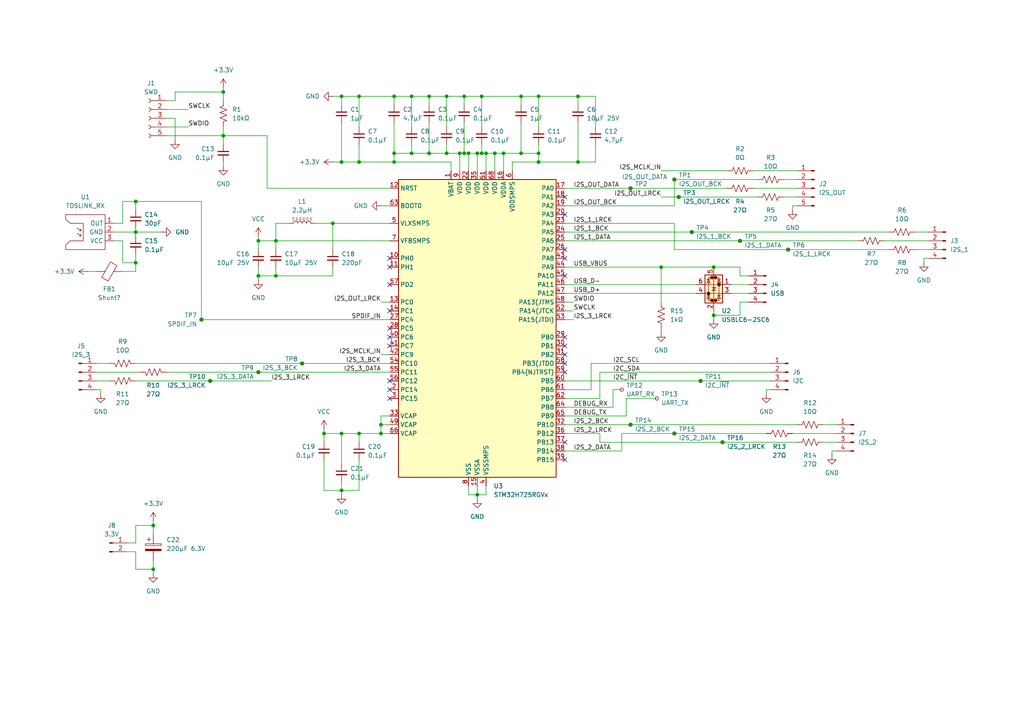
<source format=kicad_sch>
(kicad_sch (version 20250114) (generator "eeschema") (generator_version "9.0")
  (paper "A4")
  (junction (at 114.3 46.99))
  (junction (at 156.21 44.45))
  (junction (at 80.01 69.85))
  (junction (at 129.54 44.45))
  (junction (at 228.6 72.39))
  (junction (at 119.38 44.45))
  (junction (at 74.93 69.85))
  (junction (at 39.37 67.31))
  (junction (at 104.14 27.94))
  (junction (at 203.2 110.49))
  (junction (at 44.45 152.4))
  (junction (at 182.88 123.19))
  (junction (at 143.51 44.45))
  (junction (at 151.13 44.45))
  (junction (at 110.49 123.19))
  (junction (at 96.52 64.77))
  (junction (at 114.3 27.94))
  (junction (at 99.06 27.94))
  (junction (at 139.7 44.45))
  (junction (at 195.58 125.73))
  (junction (at 140.97 44.45))
  (junction (at 133.35 44.45))
  (junction (at 99.06 142.24))
  (junction (at 200.66 67.31))
  (junction (at 156.21 27.94))
  (junction (at 44.45 165.1))
  (junction (at 39.37 58.42))
  (junction (at 93.98 125.73))
  (junction (at 99.06 125.73))
  (junction (at 87.63 105.41))
  (junction (at 191.77 77.47))
  (junction (at 167.64 27.94))
  (junction (at 110.49 125.73))
  (junction (at 151.13 27.94))
  (junction (at 74.93 107.95))
  (junction (at 134.62 44.45))
  (junction (at 167.64 46.99))
  (junction (at 58.42 92.71))
  (junction (at 104.14 46.99))
  (junction (at 129.54 27.94))
  (junction (at 139.7 27.94))
  (junction (at 124.46 44.45))
  (junction (at 104.14 125.73))
  (junction (at 196.85 57.15))
  (junction (at 195.58 52.07))
  (junction (at 80.01 80.01))
  (junction (at 182.88 54.61))
  (junction (at 135.89 44.45))
  (junction (at 74.93 80.01))
  (junction (at 64.77 39.37))
  (junction (at 119.38 27.94))
  (junction (at 60.96 110.49))
  (junction (at 64.77 26.67))
  (junction (at 156.21 46.99))
  (junction (at 134.62 27.94))
  (junction (at 39.37 76.2))
  (junction (at 124.46 27.94))
  (junction (at 138.43 44.45))
  (junction (at 207.01 77.47))
  (junction (at 146.05 44.45))
  (junction (at 207.01 91.44))
  (junction (at 138.43 143.51))
  (junction (at 99.06 46.99))
  (junction (at 209.55 128.27))
  (junction (at 214.63 69.85))
  (junction (at 114.3 44.45))
  (no_connect (at 113.03 115.57))
  (no_connect (at 113.03 82.55))
  (no_connect (at 163.83 97.79))
  (no_connect (at 113.03 77.47))
  (no_connect (at 163.83 80.01))
  (no_connect (at 163.83 128.27))
  (no_connect (at 163.83 133.35))
  (no_connect (at 113.03 90.17))
  (no_connect (at 163.83 57.15))
  (no_connect (at 163.83 107.95))
  (no_connect (at 163.83 105.41))
  (no_connect (at 113.03 97.79))
  (no_connect (at 113.03 74.93))
  (no_connect (at 113.03 95.25))
  (no_connect (at 163.83 102.87))
  (no_connect (at 163.83 62.23))
  (no_connect (at 113.03 113.03))
  (no_connect (at 113.03 110.49))
  (no_connect (at 113.03 100.33))
  (no_connect (at 163.83 72.39))
  (no_connect (at 163.83 74.93))
  (no_connect (at 163.83 100.33))
  (wire (pts (xy 133.35 44.45) (xy 134.62 44.45)))
  (wire (pts (xy 99.06 125.73) (xy 99.06 134.62)))
  (wire (pts (xy 104.14 133.35) (xy 104.14 142.24)))
  (wire (pts (xy 119.38 27.94) (xy 124.46 27.94)))
  (wire (pts (xy 104.14 41.91) (xy 104.14 46.99)))
  (wire (pts (xy 218.44 49.53) (xy 231.14 49.53)))
  (wire (pts (xy 48.26 39.37) (xy 64.77 39.37)))
  (wire (pts (xy 58.42 92.71) (xy 113.03 92.71)))
  (wire (pts (xy 119.38 44.45) (xy 124.46 44.45)))
  (wire (pts (xy 135.89 44.45) (xy 135.89 49.53)))
  (wire (pts (xy 40.64 107.95) (xy 27.94 107.95)))
  (wire (pts (xy 110.49 102.87) (xy 113.03 102.87)))
  (wire (pts (xy 163.83 110.49) (xy 203.2 110.49)))
  (wire (pts (xy 60.96 110.49) (xy 78.74 110.49)))
  (wire (pts (xy 256.54 69.85) (xy 269.24 69.85)))
  (wire (pts (xy 182.88 123.19) (xy 231.14 123.19)))
  (wire (pts (xy 207.01 91.44) (xy 207.01 92.71)))
  (wire (pts (xy 31.75 110.49) (xy 27.94 110.49)))
  (wire (pts (xy 181.61 120.65) (xy 163.83 120.65)))
  (wire (pts (xy 99.06 30.48) (xy 99.06 27.94)))
  (wire (pts (xy 135.89 140.97) (xy 135.89 143.51)))
  (wire (pts (xy 138.43 44.45) (xy 138.43 49.53)))
  (wire (pts (xy 265.43 67.31) (xy 269.24 67.31)))
  (wire (pts (xy 39.37 165.1) (xy 44.45 165.1)))
  (wire (pts (xy 143.51 44.45) (xy 146.05 44.45)))
  (wire (pts (xy 229.87 60.96) (xy 229.87 59.69)))
  (wire (pts (xy 31.75 105.41) (xy 27.94 105.41)))
  (wire (pts (xy 124.46 27.94) (xy 124.46 30.48)))
  (wire (pts (xy 77.47 54.61) (xy 77.47 39.37)))
  (wire (pts (xy 25.4 78.74) (xy 27.94 78.74)))
  (wire (pts (xy 134.62 27.94) (xy 134.62 30.48)))
  (wire (pts (xy 93.98 133.35) (xy 93.98 142.24)))
  (wire (pts (xy 60.96 110.49) (xy 39.37 110.49)))
  (wire (pts (xy 99.06 125.73) (xy 93.98 125.73)))
  (wire (pts (xy 139.7 27.94) (xy 151.13 27.94)))
  (wire (pts (xy 163.83 69.85) (xy 214.63 69.85)))
  (wire (pts (xy 83.82 64.77) (xy 80.01 64.77)))
  (wire (pts (xy 229.87 59.69) (xy 231.14 59.69)))
  (wire (pts (xy 177.8 113.03) (xy 180.34 113.03)))
  (wire (pts (xy 35.56 69.85) (xy 35.56 76.2)))
  (wire (pts (xy 156.21 27.94) (xy 167.64 27.94)))
  (wire (pts (xy 110.49 120.65) (xy 110.49 123.19)))
  (wire (pts (xy 64.77 26.67) (xy 50.8 26.67)))
  (wire (pts (xy 119.38 41.91) (xy 119.38 44.45)))
  (wire (pts (xy 167.64 27.94) (xy 167.64 30.48)))
  (wire (pts (xy 195.58 52.07) (xy 195.58 59.69)))
  (wire (pts (xy 87.63 105.41) (xy 113.03 105.41)))
  (wire (pts (xy 129.54 27.94) (xy 134.62 27.94)))
  (wire (pts (xy 238.76 128.27) (xy 242.57 128.27)))
  (wire (pts (xy 195.58 72.39) (xy 228.6 72.39)))
  (wire (pts (xy 227.33 52.07) (xy 231.14 52.07)))
  (wire (pts (xy 229.87 125.73) (xy 242.57 125.73)))
  (wire (pts (xy 44.45 152.4) (xy 44.45 154.94)))
  (wire (pts (xy 39.37 67.31) (xy 46.99 67.31)))
  (wire (pts (xy 167.64 46.99) (xy 156.21 46.99)))
  (wire (pts (xy 129.54 41.91) (xy 129.54 44.45)))
  (wire (pts (xy 140.97 44.45) (xy 140.97 49.53)))
  (wire (pts (xy 124.46 44.45) (xy 129.54 44.45)))
  (wire (pts (xy 156.21 46.99) (xy 148.59 46.99)))
  (wire (pts (xy 99.06 142.24) (xy 99.06 143.51)))
  (wire (pts (xy 180.34 125.73) (xy 195.58 125.73)))
  (wire (pts (xy 124.46 35.56) (xy 124.46 44.45)))
  (wire (pts (xy 58.42 92.71) (xy 58.42 58.42)))
  (wire (pts (xy 54.61 31.75) (xy 48.26 31.75)))
  (wire (pts (xy 64.77 25.4) (xy 64.77 26.67)))
  (wire (pts (xy 238.76 123.19) (xy 242.57 123.19)))
  (wire (pts (xy 156.21 27.94) (xy 156.21 36.83)))
  (wire (pts (xy 110.49 125.73) (xy 104.14 125.73)))
  (wire (pts (xy 173.99 125.73) (xy 173.99 128.27)))
  (wire (pts (xy 99.06 46.99) (xy 104.14 46.99)))
  (wire (pts (xy 39.37 67.31) (xy 33.02 67.31)))
  (wire (pts (xy 163.83 82.55) (xy 201.93 82.55)))
  (wire (pts (xy 39.37 76.2) (xy 39.37 73.66)))
  (wire (pts (xy 74.93 107.95) (xy 113.03 107.95)))
  (wire (pts (xy 172.72 46.99) (xy 167.64 46.99)))
  (wire (pts (xy 35.56 64.77) (xy 35.56 58.42)))
  (wire (pts (xy 138.43 140.97) (xy 138.43 143.51)))
  (wire (pts (xy 114.3 27.94) (xy 119.38 27.94)))
  (wire (pts (xy 171.45 113.03) (xy 163.83 113.03)))
  (wire (pts (xy 87.63 105.41) (xy 39.37 105.41)))
  (wire (pts (xy 173.99 107.95) (xy 173.99 115.57)))
  (wire (pts (xy 50.8 29.21) (xy 48.26 29.21)))
  (wire (pts (xy 96.52 46.99) (xy 99.06 46.99)))
  (wire (pts (xy 191.77 77.47) (xy 207.01 77.47)))
  (wire (pts (xy 104.14 125.73) (xy 99.06 125.73)))
  (wire (pts (xy 222.25 113.03) (xy 223.52 113.03)))
  (wire (pts (xy 110.49 123.19) (xy 113.03 123.19)))
  (wire (pts (xy 163.83 59.69) (xy 195.58 59.69)))
  (wire (pts (xy 163.83 90.17) (xy 166.37 90.17)))
  (wire (pts (xy 228.6 72.39) (xy 257.81 72.39)))
  (wire (pts (xy 74.93 68.58) (xy 74.93 69.85)))
  (wire (pts (xy 80.01 80.01) (xy 74.93 80.01)))
  (wire (pts (xy 163.83 85.09) (xy 201.93 85.09)))
  (wire (pts (xy 39.37 152.4) (xy 44.45 152.4)))
  (wire (pts (xy 29.21 114.3) (xy 29.21 113.03)))
  (wire (pts (xy 217.17 80.01) (xy 214.63 80.01)))
  (wire (pts (xy 74.93 80.01) (xy 74.93 81.28)))
  (wire (pts (xy 104.14 46.99) (xy 114.3 46.99)))
  (wire (pts (xy 114.3 44.45) (xy 119.38 44.45)))
  (wire (pts (xy 135.89 143.51) (xy 138.43 143.51)))
  (wire (pts (xy 146.05 44.45) (xy 146.05 49.53)))
  (wire (pts (xy 54.61 36.83) (xy 48.26 36.83)))
  (wire (pts (xy 148.59 46.99) (xy 148.59 49.53)))
  (wire (pts (xy 191.77 49.53) (xy 210.82 49.53)))
  (wire (pts (xy 139.7 44.45) (xy 140.97 44.45)))
  (wire (pts (xy 140.97 140.97) (xy 140.97 143.51)))
  (wire (pts (xy 39.37 67.31) (xy 39.37 68.58)))
  (wire (pts (xy 151.13 35.56) (xy 151.13 44.45)))
  (wire (pts (xy 96.52 80.01) (xy 80.01 80.01)))
  (wire (pts (xy 214.63 80.01) (xy 214.63 77.47)))
  (wire (pts (xy 195.58 125.73) (xy 222.25 125.73)))
  (wire (pts (xy 39.37 78.74) (xy 39.37 76.2)))
  (wire (pts (xy 74.93 72.39) (xy 74.93 69.85)))
  (wire (pts (xy 214.63 87.63) (xy 214.63 91.44)))
  (wire (pts (xy 48.26 34.29) (xy 50.8 34.29)))
  (wire (pts (xy 129.54 44.45) (xy 133.35 44.45)))
  (wire (pts (xy 181.61 115.57) (xy 181.61 120.65)))
  (wire (pts (xy 64.77 39.37) (xy 64.77 41.91)))
  (wire (pts (xy 36.83 160.02) (xy 39.37 160.02)))
  (wire (pts (xy 218.44 54.61) (xy 231.14 54.61)))
  (wire (pts (xy 99.06 139.7) (xy 99.06 142.24)))
  (wire (pts (xy 96.52 27.94) (xy 99.06 27.94)))
  (wire (pts (xy 163.83 123.19) (xy 182.88 123.19)))
  (wire (pts (xy 96.52 77.47) (xy 96.52 80.01)))
  (wire (pts (xy 96.52 64.77) (xy 96.52 72.39)))
  (wire (pts (xy 209.55 128.27) (xy 231.14 128.27)))
  (wire (pts (xy 44.45 165.1) (xy 44.45 166.37)))
  (wire (pts (xy 74.93 69.85) (xy 80.01 69.85)))
  (wire (pts (xy 138.43 143.51) (xy 138.43 144.78)))
  (wire (pts (xy 113.03 120.65) (xy 110.49 120.65)))
  (wire (pts (xy 214.63 77.47) (xy 207.01 77.47)))
  (wire (pts (xy 114.3 35.56) (xy 114.3 44.45)))
  (wire (pts (xy 104.14 125.73) (xy 104.14 128.27)))
  (wire (pts (xy 219.71 52.07) (xy 195.58 52.07)))
  (wire (pts (xy 39.37 157.48) (xy 39.37 152.4)))
  (wire (pts (xy 96.52 64.77) (xy 113.03 64.77)))
  (wire (pts (xy 227.33 57.15) (xy 231.14 57.15)))
  (wire (pts (xy 191.77 77.47) (xy 191.77 87.63)))
  (wire (pts (xy 50.8 26.67) (xy 50.8 29.21)))
  (wire (pts (xy 134.62 44.45) (xy 135.89 44.45)))
  (wire (pts (xy 241.3 132.08) (xy 241.3 130.81)))
  (wire (pts (xy 163.83 67.31) (xy 200.66 67.31)))
  (wire (pts (xy 80.01 64.77) (xy 80.01 69.85)))
  (wire (pts (xy 74.93 77.47) (xy 74.93 80.01)))
  (wire (pts (xy 172.72 27.94) (xy 172.72 36.83)))
  (wire (pts (xy 99.06 35.56) (xy 99.06 46.99)))
  (wire (pts (xy 196.85 57.15) (xy 191.77 57.15)))
  (wire (pts (xy 195.58 64.77) (xy 195.58 72.39)))
  (wire (pts (xy 114.3 44.45) (xy 114.3 46.99)))
  (wire (pts (xy 104.14 142.24) (xy 99.06 142.24)))
  (wire (pts (xy 241.3 130.81) (xy 242.57 130.81)))
  (wire (pts (xy 80.01 69.85) (xy 80.01 72.39)))
  (wire (pts (xy 163.83 130.81) (xy 180.34 130.81)))
  (wire (pts (xy 134.62 35.56) (xy 134.62 44.45)))
  (wire (pts (xy 114.3 46.99) (xy 130.81 46.99)))
  (wire (pts (xy 191.77 95.25) (xy 191.77 96.52)))
  (wire (pts (xy 265.43 72.39) (xy 269.24 72.39)))
  (wire (pts (xy 29.21 113.03) (xy 27.94 113.03)))
  (wire (pts (xy 173.99 107.95) (xy 223.52 107.95)))
  (wire (pts (xy 134.62 27.94) (xy 139.7 27.94)))
  (wire (pts (xy 64.77 36.83) (xy 64.77 39.37)))
  (wire (pts (xy 214.63 91.44) (xy 207.01 91.44)))
  (wire (pts (xy 33.02 69.85) (xy 35.56 69.85)))
  (wire (pts (xy 119.38 27.94) (xy 119.38 36.83)))
  (wire (pts (xy 129.54 27.94) (xy 129.54 36.83)))
  (wire (pts (xy 214.63 69.85) (xy 248.92 69.85)))
  (wire (pts (xy 156.21 44.45) (xy 156.21 46.99)))
  (wire (pts (xy 58.42 58.42) (xy 39.37 58.42)))
  (wire (pts (xy 77.47 39.37) (xy 64.77 39.37)))
  (wire (pts (xy 36.83 157.48) (xy 39.37 157.48)))
  (wire (pts (xy 44.45 165.1) (xy 44.45 162.56)))
  (wire (pts (xy 114.3 27.94) (xy 114.3 30.48)))
  (wire (pts (xy 124.46 27.94) (xy 129.54 27.94)))
  (wire (pts (xy 151.13 44.45) (xy 146.05 44.45)))
  (wire (pts (xy 99.06 27.94) (xy 104.14 27.94)))
  (wire (pts (xy 171.45 105.41) (xy 223.52 105.41)))
  (wire (pts (xy 163.83 64.77) (xy 195.58 64.77)))
  (wire (pts (xy 182.88 54.61) (xy 210.82 54.61)))
  (wire (pts (xy 35.56 78.74) (xy 39.37 78.74)))
  (wire (pts (xy 80.01 77.47) (xy 80.01 80.01)))
  (wire (pts (xy 177.8 113.03) (xy 177.8 118.11)))
  (wire (pts (xy 212.09 82.55) (xy 217.17 82.55)))
  (wire (pts (xy 140.97 143.51) (xy 138.43 143.51)))
  (wire (pts (xy 139.7 41.91) (xy 139.7 44.45)))
  (wire (pts (xy 163.83 54.61) (xy 182.88 54.61)))
  (wire (pts (xy 133.35 44.45) (xy 133.35 49.53)))
  (wire (pts (xy 163.83 92.71) (xy 166.37 92.71)))
  (wire (pts (xy 181.61 115.57) (xy 190.5 115.57)))
  (wire (pts (xy 222.25 114.3) (xy 222.25 113.03)))
  (wire (pts (xy 203.2 110.49) (xy 223.52 110.49)))
  (wire (pts (xy 33.02 64.77) (xy 35.56 64.77)))
  (wire (pts (xy 50.8 34.29) (xy 50.8 40.64)))
  (wire (pts (xy 212.09 85.09) (xy 217.17 85.09)))
  (wire (pts (xy 177.8 118.11) (xy 163.83 118.11)))
  (wire (pts (xy 143.51 44.45) (xy 143.51 49.53)))
  (wire (pts (xy 207.01 90.17) (xy 207.01 91.44)))
  (wire (pts (xy 35.56 58.42) (xy 39.37 58.42)))
  (wire (pts (xy 39.37 58.42) (xy 39.37 60.96)))
  (wire (pts (xy 163.83 87.63) (xy 166.37 87.63)))
  (wire (pts (xy 173.99 128.27) (xy 209.55 128.27)))
  (wire (pts (xy 74.93 107.95) (xy 48.26 107.95)))
  (wire (pts (xy 173.99 115.57) (xy 163.83 115.57)))
  (wire (pts (xy 110.49 123.19) (xy 110.49 125.73)))
  (wire (pts (xy 200.66 67.31) (xy 257.81 67.31)))
  (wire (pts (xy 104.14 27.94) (xy 104.14 36.83)))
  (wire (pts (xy 180.34 130.81) (xy 180.34 125.73)))
  (wire (pts (xy 93.98 124.46) (xy 93.98 125.73)))
  (wire (pts (xy 39.37 66.04) (xy 39.37 67.31)))
  (wire (pts (xy 139.7 27.94) (xy 139.7 36.83)))
  (wire (pts (xy 163.83 77.47) (xy 191.77 77.47)))
  (wire (pts (xy 163.83 125.73) (xy 173.99 125.73)))
  (wire (pts (xy 156.21 44.45) (xy 151.13 44.45)))
  (wire (pts (xy 167.64 27.94) (xy 172.72 27.94)))
  (wire (pts (xy 267.97 76.2) (xy 267.97 74.93)))
  (wire (pts (xy 35.56 76.2) (xy 39.37 76.2)))
  (wire (pts (xy 44.45 151.13) (xy 44.45 152.4)))
  (wire (pts (xy 138.43 44.45) (xy 139.7 44.45)))
  (wire (pts (xy 113.03 54.61) (xy 77.47 54.61)))
  (wire (pts (xy 110.49 125.73) (xy 113.03 125.73)))
  (wire (pts (xy 64.77 26.67) (xy 64.77 29.21)))
  (wire (pts (xy 171.45 105.41) (xy 171.45 113.03)))
  (wire (pts (xy 64.77 46.99) (xy 64.77 48.26)))
  (wire (pts (xy 156.21 41.91) (xy 156.21 44.45)))
  (wire (pts (xy 80.01 69.85) (xy 113.03 69.85)))
  (wire (pts (xy 91.44 64.77) (xy 96.52 64.77)))
  (wire (pts (xy 104.14 27.94) (xy 114.3 27.94)))
  (wire (pts (xy 39.37 160.02) (xy 39.37 165.1)))
  (wire (pts (xy 140.97 44.45) (xy 143.51 44.45)))
  (wire (pts (xy 217.17 87.63) (xy 214.63 87.63)))
  (wire (pts (xy 93.98 142.24) (xy 99.06 142.24)))
  (wire (pts (xy 110.49 87.63) (xy 113.03 87.63)))
  (wire (pts (xy 110.49 59.69) (xy 113.03 59.69)))
  (wire (pts (xy 167.64 35.56) (xy 167.64 46.99)))
  (wire (pts (xy 135.89 44.45) (xy 138.43 44.45)))
  (wire (pts (xy 267.97 74.93) (xy 269.24 74.93)))
  (wire (pts (xy 151.13 27.94) (xy 151.13 30.48)))
  (wire (pts (xy 172.72 41.91) (xy 172.72 46.99)))
  (wire (pts (xy 93.98 125.73) (xy 93.98 128.27)))
  (wire (pts (xy 151.13 27.94) (xy 156.21 27.94)))
  (wire (pts (xy 130.81 46.99) (xy 130.81 49.53)))
  (wire (pts (xy 219.71 57.15) (xy 196.85 57.15)))
  (label "USB_D-" (at 166.37 82.55 0))
  (label "I2S_MCLK_IN" (at 191.77 49.53 180))
  (label "SWCLK" (at 54.61 31.75 0))
  (label "I2S_OUT_BCK" (at 166.37 59.69 0))
  (label "SWDIO" (at 54.61 36.83 0))
  (label "SWDIO" (at 166.37 87.63 0))
  (label "I2C_SDA" (at 177.8 107.95 0))
  (label "I2S_2_LRCK" (at 166.37 125.73 0))
  (label "I2S_3_BCK" (at 110.49 105.41 180))
  (label "I2S_1_BCK" (at 166.37 67.31 0))
  (label "USB_VBUS" (at 166.37 77.47 0))
  (label "I2S_1_DATA" (at 166.37 69.85 0))
  (label "I2C_SCL" (at 177.8 105.41 0))
  (label "I2S_3_LRCK" (at 166.37 92.71 0))
  (label "I2S_2_BCK" (at 166.37 123.19 0))
  (label "I2S_OUT_LRCK" (at 110.49 87.63 180))
  (label "I2S_MCLK_IN" (at 110.49 102.87 180))
  (label "DEBUG_RX" (at 166.37 118.11 0))
  (label "DEBUG_TX" (at 166.37 120.65 0))
  (label "SPDIF_IN" (at 110.49 92.71 180))
  (label "USB_D+" (at 166.37 85.09 0))
  (label "I2S_1_LRCK" (at 166.37 64.77 0))
  (label "SWCLK" (at 166.37 90.17 0))
  (label "I2S_OUT_DATA" (at 166.37 54.61 0))
  (label "I2C_~{INT}" (at 177.8 110.49 0))
  (label "I2S_3_LRCK" (at 78.74 110.49 0))
  (label "I2S_OUT_LRCK" (at 191.77 57.15 180))
  (label "I2S_2_DATA" (at 166.37 130.81 0))
  (label "I2S_3_DATA" (at 110.49 107.95 180))
  (symbol (lib_id "power:GND") (at 222.25 114.3 0) (unit 1)
    (property "Reference" "#PWR015" (effects (hide yes)))
    (property "Value" "GND" (at 222.25 119.38 0))
    (property "Description" "Power symbol creates a global label with name \"GND\" , ground" (effects (hide yes)))
  )
  (symbol (lib_id "Device:FerriteBead") (at 31.75 78.74 90) (unit 1)
    (property "Reference" "FB1" (at 31.6992 83.82 90))
    (property "Value" "Shunt?" (at 31.6992 86.36 90))
    (property "Footprint" "Inductor_SMD:L_0603_1608Metric" (effects (hide yes)))
    (property "Description" "Ferrite bead" (effects (hide yes)))
  )
  (symbol (lib_id "Device:R_US") (at 226.06 125.73 90) (unit 1)
    (property "Reference" "R13" (at 226.06 129.54 90))
    (property "Value" "27Ω" (at 226.06 132.08 90))
    (property "Footprint" "Resistor_SMD:R_0603_1608Metric" (effects (hide yes)))
    (property "Description" "Resistor, US symbol" (effects (hide yes)))
  )
  (symbol (lib_id "power:GND") (at 110.49 59.69 270) (unit 1)
    (property "Reference" "#PWR06" (effects (hide yes)))
    (property "Value" "GND" (at 106.68 59.6899 90) (effects (justify right)))
    (property "Description" "Power symbol creates a global label with name \"GND\" , ground" (effects (hide yes)))
  )
  (symbol (lib_id "power:GND") (at 44.45 166.37 0) (unit 1)
    (property "Reference" "#PWR021" (effects (hide yes)))
    (property "Value" "GND" (at 44.45 171.45 0))
    (property "Description" "Power symbol creates a global label with name \"GND\" , ground" (effects (hide yes)))
  )
  (symbol (lib_id "power:+3.3V") (at 96.52 46.99 90) (unit 1)
    (property "Reference" "#PWR04" (effects (hide yes)))
    (property "Value" "+3.3V" (at 92.71 46.9899 90) (effects (justify left)))
    (property "Description" "Power symbol creates a global label with name \"+3.3V\"" (effects (hide yes)))
  )
  (symbol (lib_id "Connector:TestPoint_Small") (at 182.88 123.19 0) (unit 1)
    (property "Reference" "TP14" (at 184.15 121.9199 0) (effects (justify left)))
    (property "Value" "I2S_2_BCK" (at 184.15 124.4599 0) (effects (justify left)))
    (property "Footprint" "BW_PassiveMechanical:TP_0603_1608Metric_Fused" (effects (hide yes)))
    (property "Description" "test point" (effects (hide yes)))
  )
  (symbol (lib_id "Connector:TestPoint_Small") (at 180.34 113.03 0) (unit 1)
    (property "Reference" "TP12" (at 181.61 111.7599 0) (effects (justify left)))
    (property "Value" "UART_RX" (at 181.61 114.2999 0) (effects (justify left)))
    (property "Footprint" "BW_PassiveMechanical:TP_0603_1608Metric_Fused" (effects (hide yes)))
    (property "Description" "test point" (effects (hide yes)))
  )
  (symbol (lib_id "power:GND") (at 229.87 60.96 0) (unit 1)
    (property "Reference" "#PWR07" (effects (hide yes)))
    (property "Value" "GND" (at 229.87 66.04 0))
    (property "Description" "Power symbol creates a global label with name \"GND\" , ground" (effects (hide yes)))
  )
  (symbol (lib_id "Connector:TestPoint_Small") (at 200.66 67.31 0) (unit 1)
    (property "Reference" "TP4" (at 201.93 66.0399 0) (effects (justify left)))
    (property "Value" "I2S_1_BCK" (at 201.93 68.5799 0) (effects (justify left)))
    (property "Footprint" "BW_PassiveMechanical:TP_0603_1608Metric_Fused" (effects (hide yes)))
    (property "Description" "test point" (effects (hide yes)))
  )
  (symbol (lib_id "power:+3.3V") (at 25.4 78.74 90) (unit 1)
    (property "Reference" "#PWR011" (effects (hide yes)))
    (property "Value" "+3.3V" (at 21.59 78.7399 90) (effects (justify left)))
    (property "Description" "Power symbol creates a global label with name \"+3.3V\"" (effects (hide yes)))
  )
  (symbol (lib_id "Device:C_Small") (at 39.37 71.12 0) (unit 1)
    (property "Reference" "C15" (at 41.91 69.8562 0) (effects (justify left)))
    (property "Value" "0.1µF" (at 41.91 72.3962 0) (effects (justify left)))
    (property "Footprint" "Capacitor_SMD:C_0603_1608Metric" (effects (hide yes)))
    (property "Description" "Unpolarized capacitor, small symbol" (effects (hide yes)))
  )
  (symbol (lib_id "Device:C_Small") (at 80.01 74.93 0) (unit 1)
    (property "Reference" "C17" (at 82.55 73.6662 0) (effects (justify left)))
    (property "Value" "10µF 25V" (at 82.55 76.2062 0) (effects (justify left)))
    (property "Footprint" "Capacitor_SMD:C_0805_2012Metric" (effects (hide yes)))
    (property "Description" "Unpolarized capacitor, small symbol" (effects (hide yes)))
  )
  (symbol (lib_id "Device:C_Small") (at 99.06 33.02 0) (unit 1)
    (property "Reference" "C1" (at 101.6 31.7562 0) (effects (justify left)))
    (property "Value" "1µF" (at 101.6 34.2962 0) (effects (justify left)))
    (property "Footprint" "Capacitor_SMD:C_0603_1608Metric" (effects (hide yes)))
    (property "Description" "Unpolarized capacitor, small symbol" (effects (hide yes)))
  )
  (symbol (lib_id "Device:C_Small") (at 139.7 39.37 0) (unit 1)
    (property "Reference" "C10" (at 142.24 38.1062 0) (effects (justify left)))
    (property "Value" "0.1µF" (at 142.24 40.6462 0) (effects (justify left)))
    (property "Footprint" "Capacitor_SMD:C_0603_1608Metric" (effects (hide yes)))
    (property "Description" "Unpolarized capacitor, small symbol" (effects (hide yes)))
  )
  (symbol (lib_id "Device:C_Small") (at 124.46 33.02 0) (unit 1)
    (property "Reference" "C3" (at 127 31.7562 0) (effects (justify left)))
    (property "Value" "0.1µF" (at 127 34.2962 0) (effects (justify left)))
    (property "Footprint" "Capacitor_SMD:C_0603_1608Metric" (effects (hide yes)))
    (property "Description" "Unpolarized capacitor, small symbol" (effects (hide yes)))
  )
  (symbol (lib_id "Device:C_Small") (at 151.13 33.02 0) (unit 1)
    (property "Reference" "C5" (at 153.67 31.7562 0) (effects (justify left)))
    (property "Value" "1µF" (at 153.67 34.2962 0) (effects (justify left)))
    (property "Footprint" "Capacitor_SMD:C_0603_1608Metric" (effects (hide yes)))
    (property "Description" "Unpolarized capacitor, small symbol" (effects (hide yes)))
  )
  (symbol (lib_id "power:GND") (at 191.77 96.52 0) (unit 1)
    (property "Reference" "#PWR022" (effects (hide yes)))
    (property "Value" "GND" (at 191.77 101.6 0))
    (property "Description" "Power symbol creates a global label with name \"GND\" , ground" (effects (hide yes)))
  )
  (symbol (lib_id "Device:R_US") (at 214.63 54.61 90) (unit 1)
    (property "Reference" "R4" (at 214.63 58.42 90))
    (property "Value" "27Ω" (at 214.63 60.96 90))
    (property "Footprint" "Resistor_SMD:R_0603_1608Metric" (effects (hide yes)))
    (property "Description" "Resistor, US symbol" (effects (hide yes)))
  )
  (symbol (lib_id "Connector:Conn_01x05_Socket") (at 43.18 34.29 0) (mirror y) (unit 1)
    (property "Reference" "J1" (at 43.815 24.13 0))
    (property "Value" "SWD" (at 43.815 26.67 0))
    (property "Footprint" "Connector_PinSocket_1.27mm:PinSocket_1x05_P1.27mm_Vertical_SMD_Pin1Right" (effects (hide yes)))
    (property "Description" "Generic connector, single row, 01x05, script generated" (effects (hide yes)))
  )
  (symbol (lib_id "power:GND") (at 50.8 40.64 0) (mirror y) (unit 1)
    (property "Reference" "#PWR03" (effects (hide yes)))
    (property "Value" "GND" (at 50.8 45.72 0))
    (property "Description" "Power symbol creates a global label with name \"GND\" , ground" (effects (hide yes)))
  )
  (symbol (lib_id "Device:R_US") (at 252.73 69.85 90) (unit 1)
    (property "Reference" "R7" (at 252.73 73.66 90))
    (property "Value" "27Ω" (at 252.73 76.2 90))
    (property "Footprint" "Resistor_SMD:R_0603_1608Metric" (effects (hide yes)))
    (property "Description" "Resistor, US symbol" (effects (hide yes)))
  )
  (symbol (lib_id "Connector:TestPoint_Small") (at 214.63 69.85 0) (unit 1)
    (property "Reference" "TP5" (at 215.9 68.5799 0) (effects (justify left)))
    (property "Value" "I2S_1_DATA" (at 215.9 71.1199 0) (effects (justify left)))
    (property "Footprint" "BW_PassiveMechanical:TP_0603_1608Metric_Fused" (effects (hide yes)))
    (property "Description" "test point" (effects (hide yes)))
  )
  (symbol (lib_id "Connector:TestPoint_Small") (at 228.6 72.39 0) (unit 1)
    (property "Reference" "TP6" (at 229.87 71.1199 0) (effects (justify left)))
    (property "Value" "I2S_1_LRCK" (at 229.87 73.6599 0) (effects (justify left)))
    (property "Footprint" "BW_PassiveMechanical:TP_0603_1608Metric_Fused" (effects (hide yes)))
    (property "Description" "test point" (effects (hide yes)))
  )
  (symbol (lib_id "power:GND") (at 74.93 81.28 0) (unit 1)
    (property "Reference" "#PWR012" (effects (hide yes)))
    (property "Value" "GND" (at 74.93 86.36 0))
    (property "Description" "Power symbol creates a global label with name \"GND\" , ground" (effects (hide yes)))
  )
  (symbol (lib_id "power:GND") (at 207.01 92.71 0) (unit 1)
    (property "Reference" "#PWR013" (effects (hide yes)))
    (property "Value" "GND" (at 207.01 97.79 0))
    (property "Description" "Power symbol creates a global label with name \"GND\" , ground" (effects (hide yes)))
  )
  (symbol (lib_id "power:GND") (at 99.06 143.51 0) (unit 1)
    (property "Reference" "#PWR018" (effects (hide yes)))
    (property "Value" "GND" (at 99.06 148.59 0))
    (property "Description" "Power symbol creates a global label with name \"GND\" , ground" (effects (hide yes)))
  )
  (symbol (lib_id "power:GND") (at 46.99 67.31 90) (unit 1)
    (property "Reference" "#PWR08" (effects (hide yes)))
    (property "Value" "GND" (at 50.8 67.3099 90) (effects (justify right)))
    (property "Description" "Power symbol creates a global label with name \"GND\" , ground" (effects (hide yes)))
  )
  (symbol (lib_id "Device:C_Polarized") (at 44.45 158.75 0) (unit 1)
    (property "Reference" "C22" (at 48.26 156.5909 0) (effects (justify left)))
    (property "Value" "220µF 6.3V" (at 48.26 159.1309 0) (effects (justify left)))
    (property "Footprint" "Capacitor_SMD:CP_Elec_5x5.8" (effects (hide yes)))
    (property "Description" "Polarized capacitor" (effects (hide yes)))
  )
  (symbol (lib_id "Connector:TestPoint_Small") (at 209.55 128.27 0) (unit 1)
    (property "Reference" "TP16" (at 210.82 126.9999 0) (effects (justify left)))
    (property "Value" "I2S_2_LRCK" (at 210.82 129.5399 0) (effects (justify left)))
    (property "Footprint" "BW_PassiveMechanical:TP_0603_1608Metric_Fused" (effects (hide yes)))
    (property "Description" "test point" (effects (hide yes)))
  )
  (symbol (lib_id "Connector:TestPoint_Small") (at 203.2 110.49 0) (unit 1)
    (property "Reference" "TP11" (at 204.47 109.2199 0) (effects (justify left)))
    (property "Value" "I2C_~{INT}" (at 204.47 111.7599 0) (effects (justify left)))
    (property "Footprint" "BW_PassiveMechanical:TP_0603_1608Metric_Fused" (effects (hide yes)))
    (property "Description" "test point" (effects (hide yes)))
  )
  (symbol (lib_id "Connector:TestPoint_Small") (at 196.85 57.15 0) (unit 1)
    (property "Reference" "TP3" (at 198.12 55.8799 0) (effects (justify left)))
    (property "Value" "I2S_OUT_LRCK" (at 198.12 58.4199 0) (effects (justify left)))
    (property "Footprint" "BW_PassiveMechanical:TP_0603_1608Metric_Fused" (effects (hide yes)))
    (property "Description" "test point" (effects (hide yes)))
  )
  (symbol (lib_id "power:GND") (at 241.3 132.08 0) (unit 1)
    (property "Reference" "#PWR017" (effects (hide yes)))
    (property "Value" "GND" (at 241.3 137.16 0))
    (property "Description" "Power symbol creates a global label with name \"GND\" , ground" (effects (hide yes)))
  )
  (symbol (lib_id "Connector:Conn_01x04_Pin") (at 247.65 125.73 0) (mirror y) (unit 1)
    (property "Reference" "J7" (at 248.92 125.7299 0) (effects (justify right)))
    (property "Value" "I2S_2" (at 248.92 128.2699 0) (effects (justify right)))
    (property "Footprint" "BW_Connectors:Amphenol_MINITEK_WTB_1.25_4P" (effects (hide yes)))
    (property "Description" "Generic connector, single row, 01x04, script generated" (effects (hide yes)))
  )
  (symbol (lib_id "Connector:Conn_01x05_Pin") (at 236.22 54.61 0) (mirror y) (unit 1)
    (property "Reference" "J2" (at 237.49 53.3399 0) (effects (justify right)))
    (property "Value" "I2S_OUT" (at 237.49 55.8799 0) (effects (justify right)))
    (property "Footprint" "BW_Connectors:Amphenol_MINITEK_WTB_1.25_5P" (effects (hide yes)))
    (property "Description" "Generic connector, single row, 01x05, script generated" (effects (hide yes)))
  )
  (symbol (lib_id "Device:R_US") (at 214.63 49.53 90) (unit 1)
    (property "Reference" "R2" (at 214.63 43.18 90))
    (property "Value" "0Ω" (at 214.63 45.72 90))
    (property "Footprint" "Resistor_SMD:R_0603_1608Metric" (effects (hide yes)))
    (property "Description" "Resistor, US symbol" (effects (hide yes)))
  )
  (symbol (lib_id "Connector:TestPoint_Small") (at 182.88 54.61 0) (unit 1)
    (property "Reference" "TP2" (at 184.15 53.3399 0) (effects (justify left)))
    (property "Value" "I2S_OUT_DATA" (at 180.34 51.308 0) (effects (justify left)))
    (property "Footprint" "BW_PassiveMechanical:TP_0603_1608Metric_Fused" (effects (hide yes)))
    (property "Description" "test point" (effects (hide yes)))
  )
  (symbol (lib_id "Connector:Conn_01x04_Pin") (at 228.6 107.95 0) (mirror y) (unit 1)
    (property "Reference" "J6" (at 229.87 107.9499 0) (effects (justify right)))
    (property "Value" "I2C" (at 229.87 110.4899 0) (effects (justify right)))
    (property "Footprint" "BW_Connectors:Amphenol_MINITEK_WTB_1.25_4P" (effects (hide yes)))
    (property "Description" "Generic connector, single row, 01x04, script generated" (effects (hide yes)))
  )
  (symbol (lib_id "Connector:Conn_01x04_Pin") (at 222.25 82.55 0) (mirror y) (unit 1)
    (property "Reference" "J4" (at 223.52 82.5499 0) (effects (justify right)))
    (property "Value" "USB" (at 223.52 85.0899 0) (effects (justify right)))
    (property "Footprint" "BW_Connectors:Amphenol_MINITEK_WTB_1.25_4P" (effects (hide yes)))
    (property "Description" "Generic connector, single row, 01x04, script generated" (effects (hide yes)))
  )
  (symbol (lib_id "Device:C_Small") (at 114.3 33.02 0) (unit 1)
    (property "Reference" "C2" (at 116.84 31.7562 0) (effects (justify left)))
    (property "Value" "4.7µF" (at 116.84 34.2962 0) (effects (justify left)))
    (property "Footprint" "Capacitor_SMD:C_0603_1608Metric" (effects (hide yes)))
    (property "Description" "Unpolarized capacitor, small symbol" (effects (hide yes)))
  )
  (symbol (lib_id "Device:C_Small") (at 96.52 74.93 0) (unit 1)
    (property "Reference" "C18" (at 99.06 73.6662 0) (effects (justify left)))
    (property "Value" "220pF" (at 99.06 76.2062 0) (effects (justify left)))
    (property "Footprint" "Capacitor_SMD:C_0603_1608Metric" (effects (hide yes)))
    (property "Description" "Unpolarized capacitor, small symbol" (effects (hide yes)))
  )
  (symbol (lib_id "power:VCC") (at 93.98 124.46 0) (unit 1)
    (property "Reference" "#PWR016" (effects (hide yes)))
    (property "Value" "VCC" (at 93.98 119.38 0))
    (property "Description" "Power symbol creates a global label with name \"VCC\"" (effects (hide yes)))
  )
  (symbol (lib_id "Device:C_Small") (at 64.77 44.45 0) (mirror y) (unit 1)
    (property "Reference" "C13" (at 62.23 43.1862 0) (effects (justify left)))
    (property "Value" "0.1µF" (at 62.23 45.7262 0) (effects (justify left)))
    (property "Footprint" "Capacitor_SMD:C_0603_1608Metric" (effects (hide yes)))
    (property "Description" "Unpolarized capacitor, small symbol" (effects (hide yes)))
  )
  (symbol (lib_id "Device:R_US") (at 261.62 67.31 90) (unit 1)
    (property "Reference" "R6" (at 261.62 60.96 90))
    (property "Value" "10Ω" (at 261.62 63.5 90))
    (property "Footprint" "Resistor_SMD:R_0603_1608Metric" (effects (hide yes)))
    (property "Description" "Resistor, US symbol" (effects (hide yes)))
  )
  (symbol (lib_id "power:+3.3V") (at 64.77 25.4 0) (unit 1)
    (property "Reference" "#PWR01" (effects (hide yes)))
    (property "Value" "+3.3V" (at 64.77 20.32 0))
    (property "Description" "Power symbol creates a global label with name \"+3.3V\"" (effects (hide yes)))
  )
  (symbol (lib_id "Device:C_Small") (at 129.54 39.37 0) (unit 1)
    (property "Reference" "C9" (at 132.08 38.1062 0) (effects (justify left)))
    (property "Value" "0.1µF" (at 132.08 40.6462 0) (effects (justify left)))
    (property "Footprint" "Capacitor_SMD:C_0603_1608Metric" (effects (hide yes)))
    (property "Description" "Unpolarized capacitor, small symbol" (effects (hide yes)))
  )
  (symbol (lib_id "power:VCC") (at 74.93 68.58 0) (unit 1)
    (property "Reference" "#PWR09" (effects (hide yes)))
    (property "Value" "VCC" (at 74.93 63.5 0))
    (property "Description" "Power symbol creates a global label with name \"VCC\"" (effects (hide yes)))
  )
  (symbol (lib_id "Device:R_US") (at 261.62 72.39 90) (unit 1)
    (property "Reference" "R8" (at 261.62 76.2 90))
    (property "Value" "27Ω" (at 261.62 78.74 90))
    (property "Footprint" "Resistor_SMD:R_0603_1608Metric" (effects (hide yes)))
    (property "Description" "Resistor, US symbol" (effects (hide yes)))
  )
  (symbol (lib_id "MCU_ST_STM32H7:STM32H725RGVx") (at 138.43 95.25 0) (unit 1)
    (property "Reference" "U3" (at 143.1641 140.97 0) (effects (justify left)))
    (property "Value" "STM32H725RGVx" (at 143.1641 143.51 0) (effects (justify left)))
    (property "Footprint" "Package_DFN_QFN:QFN-68-1EP_8x8mm_P0.4mm_EP6.4x6.4mm" (effects (hide yes)))
    (property "Datasheet" "https://www.st.com/resource/en/datasheet/stm32h725rg.pdf" (effects (hide yes)))
    (property "Description" "STMicroelectronics Arm Cortex-M7 MCU, 1024KB flash, 564KB RAM, 550 MHz, 1.71-3.6V, 46 GPIO, VFQFPN68" (effects (hide yes)))
  )
  (symbol (lib_id "Device:C_Small") (at 104.14 39.37 0) (unit 1)
    (property "Reference" "C7" (at 106.68 38.1062 0) (effects (justify left)))
    (property "Value" "0.1µF" (at 106.68 40.6462 0) (effects (justify left)))
    (property "Footprint" "Capacitor_SMD:C_0603_1608Metric" (effects (hide yes)))
    (property "Description" "Unpolarized capacitor, small symbol" (effects (hide yes)))
  )
  (symbol (lib_id "Device:C_Small") (at 99.06 137.16 0) (unit 1)
    (property "Reference" "C21" (at 101.6 135.8962 0) (effects (justify left)))
    (property "Value" "0.1µF" (at 101.6 138.4362 0) (effects (justify left)))
    (property "Footprint" "Capacitor_SMD:C_0603_1608Metric" (effects (hide yes)))
    (property "Description" "Unpolarized capacitor, small symbol" (effects (hide yes)))
  )
  (symbol (lib_id "Device:R_US") (at 191.77 91.44 180) (unit 1)
    (property "Reference" "R15" (at 194.31 90.1699 0) (effects (justify right)))
    (property "Value" "1kΩ" (at 194.31 92.7099 0) (effects (justify right)))
    (property "Footprint" "Resistor_SMD:R_0603_1608Metric" (effects (hide yes)))
    (property "Description" "Resistor, US symbol" (effects (hide yes)))
  )
  (symbol (lib_id "power:GND") (at 138.43 144.78 0) (unit 1)
    (property "Reference" "#PWR019" (effects (hide yes)))
    (property "Value" "GND" (at 138.43 149.86 0))
    (property "Description" "Power symbol creates a global label with name \"GND\" , ground" (effects (hide yes)))
  )
  (symbol (lib_id "Device:C_Small") (at 167.64 33.02 0) (unit 1)
    (property "Reference" "C6" (at 170.18 31.7562 0) (effects (justify left)))
    (property "Value" "10µF 25V" (at 170.18 34.2962 0) (effects (justify left)))
    (property "Footprint" "Capacitor_SMD:C_0805_2012Metric" (effects (hide yes)))
    (property "Description" "Unpolarized capacitor, small symbol" (effects (hide yes)))
  )
  (symbol (lib_id "Device:C_Small") (at 119.38 39.37 0) (unit 1)
    (property "Reference" "C8" (at 121.92 38.1062 0) (effects (justify left)))
    (property "Value" "0.1µF" (at 121.92 40.6462 0) (effects (justify left)))
    (property "Footprint" "Capacitor_SMD:C_0603_1608Metric" (effects (hide yes)))
    (property "Description" "Unpolarized capacitor, small symbol" (effects (hide yes)))
  )
  (symbol (lib_id "Connector:TestPoint_Small") (at 58.42 92.71 0) (mirror y) (unit 1)
    (property "Reference" "TP7" (at 57.15 91.4399 0) (effects (justify left)))
    (property "Value" "SPDIF_IN" (at 57.15 93.9799 0) (effects (justify left)))
    (property "Footprint" "BW_PassiveMechanical:TP_0603_1608Metric_Fused" (effects (hide yes)))
    (property "Description" "test point" (effects (hide yes)))
  )
  (symbol (lib_id "Device:R_US") (at 35.56 110.49 270) (mirror x) (unit 1)
    (property "Reference" "R11" (at 35.56 114.3 90))
    (property "Value" "27Ω" (at 35.56 116.84 90))
    (property "Footprint" "Resistor_SMD:R_0603_1608Metric" (effects (hide yes)))
    (property "Description" "Resistor, US symbol" (effects (hide yes)))
  )
  (symbol (lib_id "Connector:TestPoint_Small") (at 87.63 105.41 0) (mirror y) (unit 1)
    (property "Reference" "TP8" (at 86.36 104.1399 0) (effects (justify left)))
    (property "Value" "I2S_3_BCK" (at 86.36 106.6799 0) (effects (justify left)))
    (property "Footprint" "BW_PassiveMechanical:TP_0603_1608Metric_Fused" (effects (hide yes)))
    (property "Description" "test point" (effects (hide yes)))
  )
  (symbol (lib_id "Connector:Conn_01x04_Pin") (at 22.86 107.95 0) (unit 1)
    (property "Reference" "J5" (at 23.495 100.33 0))
    (property "Value" "I2S_3" (at 23.495 102.87 0))
    (property "Footprint" "BW_Connectors:Amphenol_MINITEK_WTB_1.25_4P" (effects (hide yes)))
    (property "Description" "Generic connector, single row, 01x04, script generated" (effects (hide yes)))
  )
  (symbol (lib_id "Power_Protection:USBLC6-2SC6") (at 207.01 82.55 0) (mirror y) (unit 1)
    (property "Reference" "U2" (at 209.296 90.17 0) (effects (justify right)))
    (property "Value" "USBLC6-2SC6" (at 209.296 92.71 0) (effects (justify right)))
    (property "Footprint" "Package_TO_SOT_SMD:SOT-23-6" (effects (hide yes)))
    (property "Datasheet" "https://www.st.com/resource/en/datasheet/usblc6-2.pdf" (effects (hide yes)))
    (property "Description" "Very low capacitance ESD protection diode, 2 data-line, SOT-23-6" (effects (hide yes)))
  )
  (symbol (lib_id "power:GND") (at 96.52 27.94 270) (unit 1)
    (property "Reference" "#PWR02" (effects (hide yes)))
    (property "Value" "GND" (at 92.71 27.9399 90) (effects (justify right)))
    (property "Description" "Power symbol creates a global label with name \"GND\" , ground" (effects (hide yes)))
  )
  (symbol (lib_id "Device:R_US") (at 35.56 105.41 270) (mirror x) (unit 1)
    (property "Reference" "R9" (at 35.56 99.06 90))
    (property "Value" "10Ω" (at 35.56 101.6 90))
    (property "Footprint" "Resistor_SMD:R_0603_1608Metric" (effects (hide yes)))
    (property "Description" "Resistor, US symbol" (effects (hide yes)))
  )
  (symbol (lib_id "Device:C_Small") (at 134.62 33.02 0) (unit 1)
    (property "Reference" "C4" (at 137.16 31.7562 0) (effects (justify left)))
    (property "Value" "0.1µF" (at 137.16 34.2962 0) (effects (justify left)))
    (property "Footprint" "Capacitor_SMD:C_0603_1608Metric" (effects (hide yes)))
    (property "Description" "Unpolarized capacitor, small symbol" (effects (hide yes)))
  )
  (symbol (lib_id "power:+3.3V") (at 44.45 151.13 0) (unit 1)
    (property "Reference" "#PWR020" (effects (hide yes)))
    (property "Value" "+3.3V" (at 44.45 146.05 0))
    (property "Description" "Power symbol creates a global label with name \"+3.3V\"" (effects (hide yes)))
  )
  (symbol (lib_id "power:GND") (at 267.97 76.2 0) (unit 1)
    (property "Reference" "#PWR010" (effects (hide yes)))
    (property "Value" "GND" (at 267.97 81.28 0))
    (property "Description" "Power symbol creates a global label with name \"GND\" , ground" (effects (hide yes)))
  )
  (symbol (lib_id "Connector:TestPoint_Small") (at 74.93 107.95 0) (mirror y) (unit 1)
    (property "Reference" "TP9" (at 73.66 106.6799 0) (effects (justify left)))
    (property "Value" "I2S_3_DATA" (at 73.66 109.2199 0) (effects (justify left)))
    (property "Footprint" "BW_PassiveMechanical:TP_0603_1608Metric_Fused" (effects (hide yes)))
    (property "Description" "test point" (effects (hide yes)))
  )
  (symbol (lib_id "Connector:TestPoint_Small") (at 195.58 52.07 0) (unit 1)
    (property "Reference" "TP1" (at 196.85 50.7999 0) (effects (justify left)))
    (property "Value" "I2S_OUT_BCK" (at 196.85 53.3399 0) (effects (justify left)))
    (property "Footprint" "BW_PassiveMechanical:TP_0603_1608Metric_Fused" (effects (hide yes)))
    (property "Description" "test point" (effects (hide yes)))
  )
  (symbol (lib_id "Connector:TestPoint_Small") (at 195.58 125.73 0) (unit 1)
    (property "Reference" "TP15" (at 196.85 124.4599 0) (effects (justify left)))
    (property "Value" "I2S_2_DATA" (at 196.85 126.9999 0) (effects (justify left)))
    (property "Footprint" "BW_PassiveMechanical:TP_0603_1608Metric_Fused" (effects (hide yes)))
    (property "Description" "test point" (effects (hide yes)))
  )
  (symbol (lib_id "Connector:TestPoint_Small") (at 60.96 110.49 0) (mirror y) (unit 1)
    (property "Reference" "TP10" (at 59.69 109.2199 0) (effects (justify left)))
    (property "Value" "I2S_3_LRCK" (at 59.69 111.7599 0) (effects (justify left)))
    (property "Footprint" "BW_PassiveMechanical:TP_0603_1608Metric_Fused" (effects (hide yes)))
    (property "Description" "test point" (effects (hide yes)))
  )
  (symbol (lib_id "Connector:TestPoint_Small") (at 190.5 115.57 0) (unit 1)
    (property "Reference" "TP13" (at 191.77 114.2999 0) (effects (justify left)))
    (property "Value" "UART_TX" (at 191.77 116.8399 0) (effects (justify left)))
    (property "Footprint" "BW_PassiveMechanical:TP_0603_1608Metric_Fused" (effects (hide yes)))
    (property "Description" "test point" (effects (hide yes)))
  )
  (symbol (lib_id "BW_Active:TOSLINK_RX") (at 25.4 67.31 0) (unit 1)
    (property "Reference" "U1" (at 24.765 57.15 0))
    (property "Value" "TOSLINK_RX" (at 24.765 59.69 0))
    (property "Footprint" "BW_Active:DLR2180" (effects (hide yes)))
    (property "Description" "TOSLINK Receiver" (effects (hide yes)))
  )
  (symbol (lib_id "Device:C_Small") (at 104.14 130.81 0) (unit 1)
    (property "Reference" "C20" (at 106.68 129.5462 0) (effects (justify left)))
    (property "Value" "0.1µF" (at 106.68 132.0862 0) (effects (justify left)))
    (property "Footprint" "Capacitor_SMD:C_0603_1608Metric" (effects (hide yes)))
    (property "Description" "Unpolarized capacitor, small symbol" (effects (hide yes)))
  )
  (symbol (lib_id "Device:C_Small") (at 172.72 39.37 0) (unit 1)
    (property "Reference" "C12" (at 175.26 38.1062 0) (effects (justify left)))
    (property "Value" "4.7µF" (at 175.26 40.6462 0) (effects (justify left)))
    (property "Footprint" "Capacitor_SMD:C_0603_1608Metric" (effects (hide yes)))
    (property "Description" "Unpolarized capacitor, small symbol" (effects (hide yes)))
  )
  (symbol (lib_id "power:GND") (at 64.77 48.26 0) (mirror y) (unit 1)
    (property "Reference" "#PWR05" (effects (hide yes)))
    (property "Value" "GND" (at 64.77 53.34 0))
    (property "Description" "Power symbol creates a global label with name \"GND\" , ground" (effects (hide yes)))
  )
  (symbol (lib_id "power:GND") (at 29.21 114.3 0) (mirror y) (unit 1)
    (property "Reference" "#PWR014" (effects (hide yes)))
    (property "Value" "GND" (at 29.21 119.38 0))
    (property "Description" "Power symbol creates a global label with name \"GND\" , ground" (effects (hide yes)))
  )
  (symbol (lib_id "Device:C_Small") (at 39.37 63.5 0) (unit 1)
    (property "Reference" "C14" (at 41.91 62.2362 0) (effects (justify left)))
    (property "Value" "30pF" (at 41.91 64.7762 0) (effects (justify left)))
    (property "Footprint" "Capacitor_SMD:C_0603_1608Metric" (effects (hide yes)))
    (property "Description" "Unpolarized capacitor, small symbol" (effects (hide yes)))
  )
  (symbol (lib_id "Device:R_US") (at 64.77 33.02 0) (mirror y) (unit 1)
    (property "Reference" "R1" (at 67.31 31.7499 0) (effects (justify right)))
    (property "Value" "10kΩ" (at 67.31 34.2899 0) (effects (justify right)))
    (property "Footprint" "Resistor_SMD:R_0603_1608Metric" (effects (hide yes)))
    (property "Description" "Resistor, US symbol" (effects (hide yes)))
  )
  (symbol (lib_id "Device:C_Small") (at 74.93 74.93 0) (unit 1)
    (property "Reference" "C16" (at 72.39 73.6662 0) (effects (justify right)))
    (property "Value" "10µF 25V" (at 72.39 76.2062 0) (effects (justify right)))
    (property "Footprint" "Capacitor_SMD:C_0805_2012Metric" (effects (hide yes)))
    (property "Description" "Unpolarized capacitor, small symbol" (effects (hide yes)))
  )
  (symbol (lib_id "Device:R_US") (at 234.95 123.19 90) (unit 1)
    (property "Reference" "R12" (at 234.95 116.84 90))
    (property "Value" "10Ω" (at 234.95 119.38 90))
    (property "Footprint" "Resistor_SMD:R_0603_1608Metric" (effects (hide yes)))
    (property "Description" "Resistor, US symbol" (effects (hide yes)))
  )
  (symbol (lib_id "Device:R_US") (at 44.45 107.95 270) (mirror x) (unit 1)
    (property "Reference" "R10" (at 44.45 111.76 90))
    (property "Value" "27Ω" (at 44.45 114.3 90))
    (property "Footprint" "Resistor_SMD:R_0603_1608Metric" (effects (hide yes)))
    (property "Description" "Resistor, US symbol" (effects (hide yes)))
  )
  (symbol (lib_id "Device:R_US") (at 223.52 52.07 90) (unit 1)
    (property "Reference" "R3" (at 223.52 45.72 90))
    (property "Value" "10Ω" (at 223.52 48.26 90))
    (property "Footprint" "Resistor_SMD:R_0603_1608Metric" (effects (hide yes)))
    (property "Description" "Resistor, US symbol" (effects (hide yes)))
  )
  (symbol (lib_id "Device:R_US") (at 223.52 57.15 90) (unit 1)
    (property "Reference" "R5" (at 223.52 60.96 90))
    (property "Value" "27Ω" (at 223.52 63.5 90))
    (property "Footprint" "Resistor_SMD:R_0603_1608Metric" (effects (hide yes)))
    (property "Description" "Resistor, US symbol" (effects (hide yes)))
  )
  (symbol (lib_id "Connector:Conn_01x04_Pin") (at 274.32 69.85 0) (mirror y) (unit 1)
    (property "Reference" "J3" (at 275.59 69.8499 0) (effects (justify right)))
    (property "Value" "I2S_1" (at 275.59 72.3899 0) (effects (justify right)))
    (property "Footprint" "BW_Connectors:Amphenol_MINITEK_WTB_1.25_4P" (effects (hide yes)))
    (property "Description" "Generic connector, single row, 01x04, script generated" (effects (hide yes)))
  )
  (symbol (lib_id "Device:C_Small") (at 93.98 130.81 0) (unit 1)
    (property "Reference" "C19" (at 91.44 129.5462 0) (effects (justify right)))
    (property "Value" "0.1µF" (at 91.44 132.0862 0) (effects (justify right)))
    (property "Footprint" "Capacitor_SMD:C_0603_1608Metric" (effects (hide yes)))
    (property "Description" "Unpolarized capacitor, small symbol" (effects (hide yes)))
  )
  (symbol (lib_id "Device:L_Ferrite") (at 87.63 64.77 90) (unit 1)
    (property "Reference" "L1" (at 87.63 58.42 90))
    (property "Value" "2.2µH" (at 87.63 60.96 90))
    (property "Footprint" "Inductor_SMD:L_0805_2012Metric" (effects (hide yes)))
    (property "Description" "Inductor with ferrite core" (effects (hide yes)))
  )
  (symbol (lib_id "Device:C_Small") (at 156.21 39.37 0) (unit 1)
    (property "Reference" "C11" (at 158.75 38.1062 0) (effects (justify left)))
    (property "Value" "0.1µF" (at 158.75 40.6462 0) (effects (justify left)))
    (property "Footprint" "Capacitor_SMD:C_0603_1608Metric" (effects (hide yes)))
    (property "Description" "Unpolarized capacitor, small symbol" (effects (hide yes)))
  )
  (symbol (lib_id "Device:R_US") (at 234.95 128.27 90) (unit 1)
    (property "Reference" "R14" (at 234.95 132.08 90))
    (property "Value" "27Ω" (at 234.95 134.62 90))
    (property "Footprint" "Resistor_SMD:R_0603_1608Metric" (effects (hide yes)))
    (property "Description" "Resistor, US symbol" (effects (hide yes)))
  )
  (symbol (lib_id "Connector:Conn_01x02_Pin") (at 31.75 157.48 0) (unit 1)
    (property "Reference" "J8" (at 32.385 152.4 0))
    (property "Value" "3.3V" (at 32.385 154.94 0))
    (property "Footprint" "BW_Connectors:Amphenol_MINITEK_WTB_1.25_2P" (effects (hide yes)))
    (property "Description" "Generic connector, single row, 01x02, script generated" (effects (hide yes)))
  )
)
</source>
